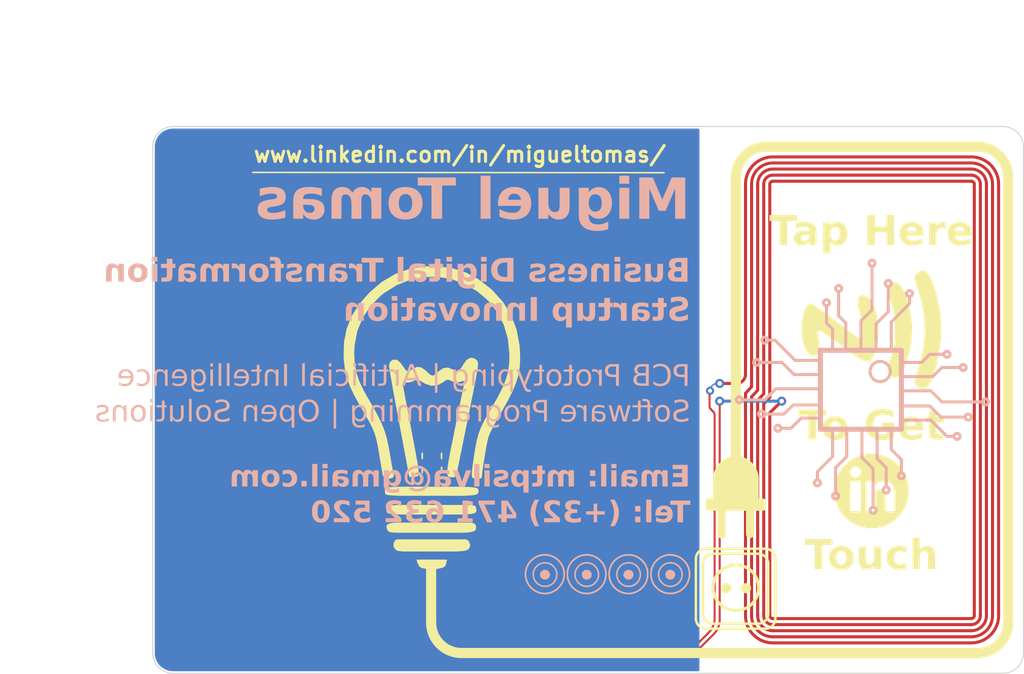
<source format=kicad_pcb>
(kicad_pcb (version 20240609) (generator "pcbnew") (generator_version "8.99")
  (layers (0 "F.Cu" signal) (31 "B.Cu" signal) (34 "B.Paste" user) (35 "F.Paste" user) (36 "B.SilkS" user "B.Silkscreen") (37 "F.SilkS" user "F.Silkscreen") (38 "B.Mask" user) (39 "F.Mask" user) (44 "Edge.Cuts" user))
  (net 0 "")
  (net 1 "Net-(U1-VCC)")
  (net 2 "GND")
  (net 3 "Net-(D1-A)")
  (net 4 "Net-(U1-LA)")
  (net 5 "Net-(U1-LB)")
  (footprint "LED_SMD:LED_0603_1608Metric" (layer "F.Cu") (at 137.5757 78.9743 180)
    (property "Reference" "D1" (hide yes))
    (property "Value" "LED" (hide yes))
    (pad "1" smd roundrect (at -0.7875 0 180) (size 0.875 0.95) (layers "F.Cu" "F.Paste" "F.Mask") (net 2 "GND"))
    (pad "2" smd roundrect (at 0.7875 0 180) (size 0.875 0.95) (layers "F.Cu" "F.Paste" "F.Mask") (net 3 "Net-(D1-A)"))
  )
  (footprint "footprints:class4_13.56MHz" (layer "F.Cu") (at 184 83.45 90)
    (property "Reference" "L1" (hide yes))
    (property "Value" "2.19uH" (hide yes))
    (fp_line (start 2.075 -18) (end 2.075 -16.35) (stroke (width 0.3)) (layer "F.Cu"))
    (fp_line (start 21.75 -15.45) (end 2.975 -15.45) (stroke (width 0.3)) (layer "F.Cu"))
    (fp_line (start 1.1 -15.45) (end -20.85 -15.45) (stroke (width 0.3)) (layer "F.Cu"))
    (fp_line (start 21.75 -14.85) (end 1.75 -14.85) (stroke (width 0.3)) (layer "F.Cu"))
    (fp_line (start 1.75 -14.85) (end 1.1 -15.45) (stroke (width 0.3)) (layer "F.Cu"))
    (fp_line (start 0.75 -14.85) (end -20.85 -14.85) (stroke (width 0.3)) (layer "F.Cu"))
    (fp_line (start 21.75 -14.25) (end 1.4 -14.25) (stroke (width 0.3)) (layer "F.Cu"))
    (fp_line (start 1.4 -14.25) (end 0.75 -14.85) (stroke (width 0.3)) (layer "F.Cu"))
    (fp_line (start 0.4 -14.25) (end -20.85 -14.25) (stroke (width 0.3)) (layer "F.Cu"))
    (fp_line (start 21.75 -13.65) (end 1.05 -13.65) (stroke (width 0.3)) (layer "F.Cu"))
    (fp_line (start 1.05 -13.65) (end 0.4 -14.25) (stroke (width 0.3)) (layer "F.Cu"))
    (fp_line (start 0.05 -13.65) (end -20.85 -13.65) (stroke (width 0.3)) (layer "F.Cu"))
    (fp_line (start 21.75 -13.05) (end 0.7 -13.05) (stroke (width 0.3)) (layer "F.Cu"))
    (fp_line (start 0.7 -13.05) (end 0.05 -13.65) (stroke (width 0.3)) (layer "F.Cu"))
    (fp_line (start -0.825 -13.05) (end -20.85 -13.05) (stroke (width 0.3)) (layer "F.Cu"))
    (fp_line (start -21.15 -12.75) (end -21.15 6.85) (stroke (width 0.3)) (layer "F.Cu"))
    (fp_line (start -21.75 -12.75) (end -21.75 6.85) (stroke (width 0.3)) (layer "F.Cu"))
    (fp_line (start -22.35 -12.75) (end -22.35 6.85) (stroke (width 0.3)) (layer "F.Cu"))
    (fp_line (start -22.95 -12.75) (end -22.95 6.85) (stroke (width 0.3)) (layer "F.Cu"))
    (fp_line (start -23.55 -12.75) (end -23.55 6.85) (stroke (width 0.3)) (layer "F.Cu"))
    (fp_line (start 0.325 -11.875) (end -0.825 -13.05) (stroke (width 0.3)) (layer "F.Cu"))
    (fp_line (start 24.45 6.85) (end 24.45 -12.75) (stroke (width 0.3)) (layer "F.Cu"))
    (fp_line (start 23.85 6.85) (end 23.85 -12.75) (stroke (width 0.3)) (layer "F.Cu"))
    (fp_line (start 23.25 6.85) (end 23.25 -12.75) (stroke (width 0.3)) (layer "F.Cu"))
    (fp_line (start 22.65 6.85) (end 22.65 -12.75) (stroke (width 0.3)) (layer "F.Cu"))
    (fp_line (start 22.05 6.85) (end 22.05 -12.75) (stroke (width 0.3)) (layer "F.Cu"))
    (fp_line (start -20.85 7.15) (end 21.75 7.15) (stroke (width 0.3)) (layer "F.Cu"))
    (fp_line (start -20.85 7.75) (end 21.75 7.75) (stroke (width 0.3)) (layer "F.Cu"))
    (fp_line (start -20.85 8.35) (end 21.75 8.35) (stroke (width 0.3)) (layer "F.Cu"))
    (fp_line (start -20.85 8.95) (end 21.75 8.95) (stroke (width 0.3)) (layer "F.Cu"))
    (fp_line (start -20.85 9.55) (end 21.75 9.55) (stroke (width 0.3)) (layer "F.Cu"))
    (fp_arc (start 21.75 -15.45) (mid 23.659188 -14.659188) (end 24.45 -12.75) (stroke (width 0.3)) (layer "F.Cu"))
    (fp_arc (start 2.975 -15.45) (mid 2.338604 -15.713604) (end 2.075 -16.35) (stroke (width 0.3)) (layer "F.Cu"))
    (fp_arc (start 21.75 -14.85) (mid 23.234924 -14.234924) (end 23.85 -12.75) (stroke (width 0.3)) (layer "F.Cu"))
    (fp_arc (start 21.75 -14.25) (mid 22.81066 -13.81066) (end 23.25 -12.75) (stroke (width 0.3)) (layer "F.Cu"))
    (fp_arc (start 21.75 -13.65) (mid 22.386396 -13.386396) (end 22.65 -12.75) (stroke (width 0.3)) (layer "F.Cu"))
    (fp_arc (start 21.75 -13.05) (mid 21.962132 -12.962132) (end 22.05 -12.75) (stroke (width 0.3)) (layer "F.Cu"))
    (fp_arc (start -21.15 -12.75) (mid -21.062132 -12.962132) (end -20.85 -13.05) (stroke (width 0.3)) (layer "F.Cu"))
    (fp_arc (start -21.75 -12.75) (mid -21.486396 -13.386396) (end -20.85 -13.65) (stroke (width 0.3)) (layer "F.Cu"))
    (fp_arc (start -22.35 -12.75) (mid -21.91066 -13.81066) (end -20.85 -14.25) (stroke (width 0.3)) (layer "F.Cu"))
    (fp_arc (start -22.95 -12.75) (mid -22.334924 -14.234924) (end -20.85 -14.85) (stroke (width 0.3)) (layer "F.Cu"))
    (fp_arc (start -23.55 -12.75) (mid -22.759188 -14.659188) (end -20.85 -15.45) (stroke (width 0.3)) (layer "F.Cu"))
    (fp_arc (start 24.45 6.85) (mid 23.659188 8.759188) (end 21.75 9.55) (stroke (width 0.3)) (layer "F.Cu"))
    (fp_arc (start 23.85 6.85) (mid 23.234924 8.334924) (end 21.75 8.95) (stroke (width 0.3)) (layer "F.Cu"))
    (fp_arc (start 23.25 6.85) (mid 22.81066 7.91066) (end 21.75 8.35) (stroke (width 0.3)) (layer "F.Cu"))
    (fp_arc (start 22.65 6.85) (mid 22.386396 7.486396) (end 21.75 7.75) (stroke (width 0.3)) (layer "F.Cu"))
    (fp_arc (start 22.05 6.85) (mid 21.962132 7.062132) (end 21.75 7.15) (stroke (width 0.3)) (layer "F.Cu"))
    (fp_arc (start -20.85 7.15) (mid -21.062132 7.062132) (end -21.15 6.85) (stroke (width 0.3)) (layer "F.Cu"))
    (fp_arc (start -20.85 7.75) (mid -21.486396 7.486396) (end -21.75 6.85) (stroke (width 0.3)) (layer "F.Cu"))
    (fp_arc (start -20.85 8.35) (mid -21.91066 7.91066) (end -22.35 6.85) (stroke (width 0.3)) (layer "F.Cu"))
    (fp_arc (start -20.85 8.95) (mid -22.334924 8.334924) (end -22.95 6.85) (stroke (width 0.3)) (layer "F.Cu"))
    (fp_arc (start -20.85 9.55) (mid -22.759188 8.759188) (end -23.55 6.85) (stroke (width 0.3)) (layer "F.Cu"))
    (pad "1" thru_hole circle (at 2.075 -18 90) (size 0.89 0.89) (drill 0.45) (layers "*.Cu") (net 4 "Net-(U1-LA)"))
    (pad "2" thru_hole circle (at 0.325 -18 90) (size 0.89 0.89) (drill 0.45) (layers "*.Cu") (net 5 "Net-(U1-LB)"))
    (pad "2" thru_hole circle (at 0.325 -11.875 90) (size 0.89 0.89) (drill 0.45) (layers "*.Cu") (net 5 "Net-(U1-LB)"))
  )
  (footprint "Capacitor_SMD:C_0603_1608Metric" (layer "F.Cu") (at 137.5757 86.825)
    (property "Reference" "C1" (hide yes))
    (property "Value" "220pF" (hide yes))
    (pad "1" smd roundrect (at -0.775 0) (size 0.9 0.95) (layers "F.Cu" "F.Paste" "F.Mask") (net 1 "Net-(U1-VCC)"))
    (pad "2" smd roundrect (at 0.775 0) (size 0.9 0.95) (layers "F.Cu" "F.Paste" "F.Mask") (net 2 "GND"))
  )
  (footprint "footprints:nfc_logo" (layer "F.Cu") (at 181.000561 76)
    (property "Reference" "G***" (hide yes))
    (property "Value" "LOGO" (hide yes))
  )
  (footprint "my_logos:linkedIn-circle" (layer "F.Cu") (at 180.999214 92)
    (property "Reference" "G***" (hide yes))
    (property "Value" "LOGO" (hide yes))
  )
  (footprint "footprints:XQFN8_NT3H1101_NXP" (layer "F.Cu") (at 137.5757 89.225 90)
    (property "Reference" "U1" (hide yes))
    (property "Value" "NT3H1101W0FHKH" (hide yes))
    (pad "1" smd rect (at -0.7493 -0.500126 180) (size 0.2032 0.762) (layers "F.Cu" "F.Paste" "F.Mask") (net 4 "Net-(U1-LA)"))
    (pad "2" smd rect (at -0.7493 0 180) (size 0.2032 0.762) (layers "F.Cu" "F.Paste" "F.Mask") (net 2 "GND"))
    (pad "3" smd rect (at -0.7493 0.500126 180) (size 0.2032 0.762) (layers "F.Cu" "F.Paste" "F.Mask"))
    (pad "4" smd rect (at 0 0.7493 90) (size 0.2032 0.762) (layers "F.Cu" "F.Paste" "F.Mask"))
    (pad "5" smd rect (at 0.7493 0.500126 180) (size 0.2032 0.762) (layers "F.Cu" "F.Paste" "F.Mask"))
    (pad "6" smd rect (at 0.7493 0 180) (size 0.2032 0.762) (layers "F.Cu" "F.Paste" "F.Mask") (net 1 "Net-(U1-VCC)"))
    (pad "7" smd rect (at 0.7493 -0.500126 180) (size 0.2032 0.762) (layers "F.Cu" "F.Paste" "F.Mask") (net 1 "Net-(U1-VCC)"))
    (pad "8" smd rect (at 0 -0.7493 90) (size 0.2032 0.762) (layers "F.Cu" "F.Paste" "F.Mask") (net 5 "Net-(U1-LB)"))
  )
  (footprint "my_logos:Bulb_light" (layer "F.Cu") (at 137.570047 84.7243)
    (property "Reference" "G***" (hide yes))
    (property "Value" "LOGO" (hide yes))
  )
  (footprint "my_logos:bulb_sparks" (layer "F.Cu") (at 137.74 76.5)
    (property "Reference" "G***" (hide yes))
    (property "Value" "LOGO" (hide yes))
    (fp_poly (pts (xy 19.045245 -4.829004) (xy 19.609944 -4.417568) (xy 19.939761 -4.127164) (xy 20.02875 -3.963285) (xy 20.007518 -3.939573) (xy 19.800625 -3.870105) (xy 19.383502 -3.75984) (xy 18.822219 -3.625504) (xy 18.344444 -3.51859) (xy 17.734479 -3.382986) (xy 17.234587 -3.266152) (xy 16.904281 -3.182353) (xy 16.802396 -3.148905) (xy 16.869339 -3.039744) (xy 17.101736 -2.795442) (xy 17.451783 -2.465714) (xy 17.507951 -2.415122) (xy 18.273889 -1.728971) (xy 16.862777 -1.642244) (xy 16.071106 -1.59614) (xy 15.149812 -1.546343) (xy 14.25125 -1.50097) (xy 13.899444 -1.484366) (xy 12.347222 -1.413216) (xy 14.040555 -1.995927) (xy 14.684929 -2.220107) (xy 15.226501 -2.413131) (xy 15.612571 -2.555881) (xy 15.790433 -2.629239) (xy 15.795275 -2.632464) (xy 15.740369 -2.753382) (xy 15.53383 -3.007271) (xy 15.329956 -3.225687) (xy 14.803251 -3.765082) (xy 16.352407 -4.692294) (xy 17.901564 -5.619506)) (fill solid) (layer "F.Cu"))
    (fp_poly (pts (xy -8.87193 9.468763) (xy -9.148255 9.696077) (xy -9.571374 10.021513) (xy -10.099702 10.412333) (xy -10.167338 10.461448) (xy -11.600875 11.500399) (xy -10.876578 11.829062) (xy -10.152281 12.157725) (xy -10.714322 12.816918) (xy -11.126156 13.289299) (xy -11.609746 13.828953) (xy -11.952903 14.202967) (xy -12.629445 14.929823) (xy -13.875881 14.532271) (xy -14.427574 14.35179) (xy -14.869457 14.198734) (xy -15.137987 14.095531) (xy -15.187814 14.069223) (xy -15.098888 13.977867) (xy -14.808788 13.775788) (xy -14.361593 13.491909) (xy -13.801379 13.155154) (xy -13.740341 13.119393) (xy -12.227371 12.235059) (xy -13.133963 11.776194) (xy -13.596117 11.537532) (xy -13.837957 11.387778) (xy -13.892148 11.290735) (xy -13.791356 11.210207) (xy -13.687778 11.162509) (xy -13.324792 11.012438) (xy -12.80092 10.807762) (xy -12.166097 10.566713) (xy -11.47026 10.307519) (xy -10.763345 10.04841) (xy -10.095287 9.807616) (xy -9.516023 9.603367) (xy -9.075488 9.453892) (xy -8.823619 9.377422) (xy -8.783984 9.372313)) (fill solid) (layer "F.Cu"))
    (fp_poly (pts (xy 10.198324 11.500556) (xy 11.53688 12.911667) (xy 11.718894 12.276667) (xy 11.849199 11.871485) (xy 11.967765 11.582705) (xy 12.006472 11.519372) (xy 12.155487 11.548318) (xy 12.486858 11.715177) (xy 12.953558 11.993446) (xy 13.508556 12.356623) (xy 13.585468 12.409191) (xy 15.058903 13.421304) (xy 14.822624 14.751554) (xy 14.714953 15.329446) (xy 14.619106 15.793041) (xy 14.548745 16.078677) (xy 14.525117 16.137614) (xy 14.42212 16.053576) (xy 14.185326 15.783793) (xy 13.848964 15.369274) (xy 13.447263 14.851026) (xy 13.408161 14.79949) (xy 13.003836 14.268706) (xy 12.665965 13.83097) (xy 12.428009 13.529214) (xy 12.32343 13.406371) (xy 12.32176 13.405556) (xy 12.268388 13.528605) (xy 12.16064 13.84839) (xy 12.045903 14.216945) (xy 11.899234 14.670052) (xy 11.770667 15.011928) (xy 11.703267 15.145036) (xy 11.639709 15.134936) (xy 11.520654 14.996179) (xy 11.334484 14.708646) (xy 11.069577 14.252219) (xy 10.714316 13.606781) (xy 10.257081 12.752212) (xy 9.686251 11.668395) (xy 9.598354 11.500556) (xy 8.859769 10.089445)) (fill solid) (layer "F.Cu"))
    (fp_poly (pts (xy -19.362701 -7.391908) (xy -19.043277 -7.15539) (xy -18.606492 -6.805974) (xy -18.12483 -6.401837) (xy -17.551079 -5.918003) (xy -17.155375 -5.624743) (xy -16.903507 -5.52663) (xy -16.761267 -5.628238) (xy -16.694444 -5.934138) (xy -16.668828 -6.448903) (xy -16.665177 -6.596944) (xy -16.632406 -6.963401) (xy -16.566636 -7.175539) (xy -16.535869 -7.196666) (xy -16.406891 -7.093405) (xy -16.14106 -6.81229) (xy -15.777226 -6.396321) (xy -15.356594 -5.891389) (xy -14.844627 -5.265486) (xy -14.308486 -4.613563) (xy -13.82307 -4.026533) (xy -13.554623 -3.704166) (xy -13.223309 -3.299424) (xy -12.986072 -2.992534) (xy -12.881147 -2.833636) (xy -12.882086 -2.822222) (xy -13.015251 -2.899344) (xy -13.332142 -3.110055) (xy -13.787213 -3.42337) (xy -14.334919 -3.808305) (xy -14.411243 -3.862485) (xy -15.875 -4.902747) (xy -16.001815 -4.179985) (xy -16.078587 -3.765259) (xy -16.137901 -3.485695) (xy -16.158237 -3.418393) (xy -16.292136 -3.453532) (xy -16.636498 -3.577467) (xy -17.14093 -3.771267) (xy -17.755042 -4.016003) (xy -17.830589 -4.046627) (xy -19.473334 -4.713691) (xy -19.473334 -5.441595) (xy -19.492677 -6.032857) (xy -19.541163 -6.642285) (xy -19.56307 -6.824194) (xy -19.592739 -7.23224) (xy -19.553349 -7.455528) (xy -19.517391 -7.478889)) (fill solid) (layer "F.Cu"))
    (fp_poly (pts (xy 2.656824 -14.20912) (xy 2.681111 -14.190383) (xy 2.599496 -14.044685) (xy 2.377676 -13.725483) (xy 2.050189 -13.280891) (xy 1.678934 -12.794303) (xy 0.676756 -11.500555) (xy 1.692265 -11.379831) (xy 2.165407 -11.309024) (xy 2.486146 -11.232416) (xy 2.595068 -11.164863) (xy 2.588608 -11.15566) (xy 2.452399 -11.031194) (xy 2.143537 -10.745737) (xy 1.695868 -10.330672) (xy 1.143236 -9.817384) (xy 0.519488 -9.237256) (xy 0.458611 -9.180596) (xy -0.159103 -8.609593) (xy -0.699981 -8.117152) (xy -1.132891 -7.730995) (xy -1.426701 -7.478842) (xy -1.550278 -7.388412) (xy -1.552223 -7.390182) (xy -1.482142 -7.534606) (xy -1.290987 -7.869427) (xy -1.007384 -8.345797) (xy -0.659959 -8.914869) (xy -0.635 -8.955278) (xy -0.284471 -9.527871) (xy 0.004239 -10.009958) (xy 0.202546 -10.35305) (xy 0.281864 -10.508655) (xy 0.282222 -10.511253) (xy 0.15461 -10.550856) (xy -0.174351 -10.577037) (xy -0.488481 -10.583333) (xy -1.259183 -10.583333) (xy -0.689481 -12.241389) (xy -0.464175 -12.883443) (xy -0.264822 -13.426337) (xy -0.112238 -13.815088) (xy -0.027234 -13.994714) (xy -0.024612 -13.997771) (xy 0.149244 -14.054415) (xy 0.515423 -14.110968) (xy 1.000372 -14.162195) (xy 1.530538 -14.202859) (xy 2.03237 -14.227726) (xy 2.432316 -14.231558)) (fill solid) (layer "F.Cu"))
    (fp_poly (pts (xy -17.912073 1.453758) (xy -17.513849 1.513571) (xy -16.926316 1.61119) (xy -16.192834 1.738603) (xy -15.356763 1.887795) (xy -14.461465 2.050753) (xy -13.5503 2.219463) (xy -12.666628 2.385912) (xy -11.853809 2.542086) (xy -11.155205 2.67997) (xy -10.614175 2.791553) (xy -10.27408 2.868819) (xy -10.17624 2.900056) (xy -10.227917 2.957103) (xy -10.312871 2.965066) (xy -10.591362 2.979091) (xy -11.065985 3.014849) (xy -11.681878 3.067075) (xy -12.38418 3.130508) (xy -13.118029 3.199884) (xy -13.828565 3.269941) (xy -14.460925 3.335415) (xy -14.960248 3.391044) (xy -15.271674 3.431566) (xy -15.348503 3.448133) (xy -15.300296 3.580935) (xy -15.118883 3.875142) (xy -14.842927 4.268304) (xy -14.829219 4.286898) (xy -14.539775 4.695167) (xy -14.332697 5.018671) (xy -14.252239 5.188207) (xy -14.252223 5.189157) (xy -14.378292 5.260058) (xy -14.721593 5.396979) (xy -15.22977 5.582451) (xy -15.850464 5.799006) (xy -16.531318 6.029174) (xy -17.219974 6.255488) (xy -17.864074 6.460478) (xy -18.411262 6.626675) (xy -18.809178 6.736612) (xy -18.999474 6.773049) (xy -19.131773 6.672607) (xy -19.411693 6.397073) (xy -19.802227 5.98481) (xy -20.26637 5.474181) (xy -20.428715 5.291382) (xy -21.736873 3.81) (xy -19.191529 3.81) (xy -16.646184 3.81) (xy -17.425447 2.646063) (xy -17.740982 2.153154) (xy -17.968697 1.754763) (xy -18.080915 1.502082) (xy -18.077628 1.439765)) (fill solid) (layer "F.Cu"))
    (fp_poly (pts (xy -11.993174 -13.614574) (xy -10.782441 -11.0921) (xy -10.016775 -12.452901) (xy -9.704716 -12.991575) (xy -9.441154 -13.41675) (xy -9.256252 -13.681679) (xy -9.182781 -13.745373) (xy -9.124644 -13.593952) (xy -9.004568 -13.213332) (xy -8.833881 -12.643805) (xy -8.623913 -11.925665) (xy -8.385995 -11.099204) (xy -8.131454 -10.204715) (xy -7.871622 -9.282491) (xy -7.617828 -8.372825) (xy -7.381401 -7.516011) (xy -7.173671 -6.75234) (xy -7.005968 -6.122106) (xy -6.889621 -5.665603) (xy -6.83596 -5.423122) (xy -6.834769 -5.39486) (xy -6.919331 -5.493633) (xy -7.12419 -5.79925) (xy -7.426345 -6.275419) (xy -7.802796 -6.885848) (xy -8.230541 -7.594246) (xy -8.261397 -7.645873) (xy -8.697097 -8.372657) (xy -9.08656 -9.017199) (xy -9.405512 -9.539742) (xy -9.629683 -9.900529) (xy -9.7348 -10.059803) (xy -9.735998 -10.061209) (xy -9.840802 -9.998446) (xy -10.033662 -9.733125) (xy -10.279125 -9.316449) (xy -10.371082 -9.143987) (xy -10.621396 -8.664927) (xy -10.8176 -8.293744) (xy -10.927044 -8.092054) (xy -10.938358 -8.07344) (xy -11.042587 -8.152686) (xy -11.304586 -8.399042) (xy -11.687712 -8.775036) (xy -12.155323 -9.243199) (xy -12.670776 -9.766059) (xy -13.197429 -10.306145) (xy -13.69864 -10.825986) (xy -14.137766 -11.288113) (xy -14.478164 -11.655053) (xy -14.683193 -11.889336) (xy -14.722426 -11.943062) (xy -14.718634 -12.175374) (xy -14.587188 -12.653067) (xy -14.329816 -13.370703) (xy -14.021879 -14.144486) (xy -13.203907 -16.137047)) (fill solid) (layer "F.Cu"))
    (fp_poly (pts (xy 12.446406 -13.932141) (xy 12.85906 -13.87828) (xy 13.418324 -13.784869) (xy 14.060204 -13.66471) (xy 14.720708 -13.530608) (xy 15.33584 -13.395368) (xy 15.841609 -13.271792) (xy 16.17402 -13.172685) (xy 16.264924 -13.129198) (xy 16.190351 -13.021893) (xy 15.918066 -12.780249) (xy 15.481882 -12.431313) (xy 14.915611 -12.002138) (xy 14.254091 -11.520506) (xy 13.583703 -11.036141) (xy 13.000652 -10.605053) (xy 12.540972 -10.254698) (xy 12.2407 -10.012529) (xy 12.13582 -9.906652) (xy 12.260259 -9.821094) (xy 12.595618 -9.669732) (xy 13.085316 -9.476719) (xy 13.476375 -9.334433) (xy 14.038445 -9.127268) (xy 14.484527 -8.945927) (xy 14.758069 -8.814404) (xy 14.816666 -8.765739) (xy 14.695545 -8.68708) (xy 14.357195 -8.505315) (xy 13.839139 -8.238793) (xy 13.178898 -7.905866) (xy 12.413994 -7.524883) (xy 11.581949 -7.114194) (xy 10.720285 -6.692151) (xy 9.866523 -6.277103) (xy 9.058186 -5.887401) (xy 8.332794 -5.541396) (xy 7.72787 -5.257437) (xy 7.280936 -5.053874) (xy 7.029513 -4.949059) (xy 6.991733 -4.938889) (xy 7.062669 -5.026613) (xy 7.316968 -5.271421) (xy 7.724542 -5.645762) (xy 8.255306 -6.12209) (xy 8.879173 -6.672855) (xy 9.021014 -6.796982) (xy 9.663175 -7.365319) (xy 10.219539 -7.871628) (xy 10.659528 -8.286917) (xy 10.952568 -8.582192) (xy 11.068083 -8.728461) (xy 11.067214 -8.73726) (xy 10.903697 -8.818385) (xy 10.542742 -8.959316) (xy 10.055338 -9.132691) (xy 9.937706 -9.172633) (xy 8.8885 -9.525821) (xy 10.462838 -11.689983) (xy 10.967648 -12.373492) (xy 11.427617 -12.97678) (xy 11.813189 -13.46262) (xy 12.094803 -13.793786) (xy 12.242902 -13.933052) (xy 12.244355 -13.933646)) (fill solid) (layer "F.Cu"))
    (fp_poly (pts (xy 15.107567 3.047603) (xy 15.670765 3.057167) (xy 16.354746 3.074344) (xy 17.106505 3.097318) (xy 17.873035 3.124274) (xy 18.601331 3.153395) (xy 19.238388 3.182865) (xy 19.731198 3.210867) (xy 20.026758 3.235587) (xy 20.087397 3.248121) (xy 20.171287 3.405398) (xy 20.33021 3.762199) (xy 20.541777 4.262737) (xy 20.7836 4.851224) (xy 21.033289 5.471874) (xy 21.268454 6.068899) (xy 21.466708 6.586512) (xy 21.605662 6.968925) (xy 21.662925 7.160353) (xy 21.662032 7.171671) (xy 21.517193 7.149177) (xy 21.175345 7.047283) (xy 20.703462 6.886402) (xy 20.579402 6.841682) (xy 19.990085 6.627587) (xy 19.250081 6.359494) (xy 18.474246 6.078986) (xy 18.04494 5.924047) (xy 16.545992 5.383518) (xy 16.936027 6.925093) (xy 17.089329 7.537518) (xy 17.210633 8.034651) (xy 17.286857 8.362) (xy 17.306086 8.466413) (xy 17.183378 8.39923) (xy 16.845474 8.20912) (xy 16.32229 7.913049) (xy 15.643743 7.527984) (xy 14.839748 7.070888) (xy 13.940222 6.558728) (xy 13.546666 6.334438) (xy 12.60949 5.798733) (xy 11.750073 5.304695) (xy 10.999535 4.870431) (xy 10.388994 4.514052) (xy 9.949571 4.253664) (xy 9.712383 4.107378) (xy 9.681436 4.085184) (xy 9.771796 4.082306) (xy 10.096787 4.142299) (xy 10.617994 4.256646) (xy 11.297004 4.416833) (xy 12.095403 4.614342) (xy 12.283221 4.661948) (xy 13.11788 4.870494) (xy 13.855896 5.047434) (xy 14.455058 5.183261) (xy 14.873158 5.268471) (xy 15.067985 5.293555) (xy 15.076074 5.290962) (xy 15.069387 5.134788) (xy 14.99337 4.778628) (xy 14.863409 4.291701) (xy 14.823722 4.155722) (xy 14.681059 3.652554) (xy 14.585018 3.269023) (xy 14.551796 3.071393) (xy 14.555543 3.058582) (xy 14.718158 3.04747)) (fill solid) (layer "F.Cu"))
  )
  (footprint "Resistor_SMD:R_0603_1608Metric" (layer "F.Cu") (at 137.5757 85.325)
    (property "Reference" "R1" (hide yes))
    (property "Value" "470R" (hide yes))
    (pad "1" smd roundrect (at -0.825 0) (size 0.8 0.95) (layers "F.Cu" "F.Paste" "F.Mask") (net 1 "Net-(U1-VCC)"))
    (pad "2" smd roundrect (at 0.825 0) (size 0.8 0.95) (layers "F.Cu" "F.Paste" "F.Mask") (net 3 "Net-(D1-A)"))
  )
  (footprint "my_logos:suns_16x4mm" (layer "B.Cu") (at 154.92348 100.2 180)
    (property "Reference" "G***" (hide yes))
    (property "Value" "LOGO" (hide yes))
  )
  (gr_line (start 142.72 86.39) (end 145.53851 80.50064) (stroke (width 1)) (layer "F.Cu"))
  (gr_rect (start 134.68 93.42) (end 135.3 94.22) (stroke (width 0.2)) (fill none) (layer "F.Cu"))
  (gr_line (start 133.46 93.81) (end 134.85 93.82) (stroke (width 1)) (layer "F.Cu"))
  (gr_line (start 132.41 85.94) (end 129.6974 80.403388) (stroke (width 1)) (layer "F.Cu"))
  (gr_line (start 141.98 90.65) (end 141.74 93.9) (stroke (width 1)) (layer "F.Cu"))
  (gr_rect (start 136.05 93.43) (end 136.7 94.28) (stroke (width 0.2)) (fill solid) (layer "F.Cu"))
  (gr_line (start 133.46 93.81) (end 133.34 90.63) (stroke (width 1)) (layer "F.Cu"))
  (gr_line (start 133.34 90.63) (end 132.41 85.94) (stroke (width 1)) (layer "F.Cu"))
  (gr_arc (start 129.6974 80.403388) (mid 137.680096 70.330051) (end 145.53851 80.50064) (stroke (width 0.9)) (layer "F.Cu"))
  (gr_rect (start 137.46 93.49) (end 138.08 94.29) (stroke (width 0.2)) (fill solid) (layer "F.Cu"))
  (gr_line (start 141.98 90.65) (end 142.719966 86.389994) (stroke (width 1)) (layer "F.Cu"))
  (gr_line (start 141.74 93.9) (end 138.08 93.89) (stroke (width 1)) (layer "F.Cu"))
  (gr_line (start 171.55 81.9) (end 170.45 83) (stroke (width 0.3)) (layer "B.SilkS"))
  (gr_line (start 175.95 83.5) (end 173.25 83.5) (stroke (width 0.3)) (layer "B.SilkS"))
  (gr_rect (start 175.95 78.1) (end 183.95 85.9) (stroke (width 0.5)) (fill none) (layer "B.SilkS"))
  (gr_line (start 173.35 80.5) (end 172.15 79.3) (stroke (width 0.3)) (layer "B.SilkS"))
  (gr_line (start 186.85 82.1) (end 187.95 83.2) (stroke (width 0.3)) (layer "B.SilkS"))
  (gr_line (start 187.85 84.7) (end 190.25 84.7) (stroke (width 0.3)) (layer "B.SilkS"))
  (gr_line (start 171.45 77.1) (end 170.75 77.1) (stroke (width 0.3)) (layer "B.SilkS"))
  (gr_line (start 178.45 78.1) (end 178.45 75.4) (stroke (width 0.3)) (layer "B.SilkS"))
  (gr_line (start 177.45 89.7) (end 177.45 92.2) (stroke (width 0.3)) (layer "B.SilkS"))
  (gr_line (start 182.95 87.9) (end 183.95 88.9) (stroke (width 0.3)) (layer "B.SilkS"))
  (gr_line (start 177.15 78.1) (end 177.15 76) (stroke (width 0.3)) (layer "B.SilkS"))
  (gr_line (start 181.05 74.1) (end 181.05 69.8) (stroke (width 0.3)) (layer "B.SilkS"))
  (gr_line (start 183.95 80.7) (end 187.05 80.7) (stroke (width 0.3)) (layer "B.SilkS"))
  (gr_circle (center 170.15 84.4) (end 170.45 84.4) (stroke (width 0.3)) (fill none) (layer "B.SilkS"))
  (gr_line (start 179.95 75.2) (end 181.05 74.1) (stroke (width 0.3)) (layer "B.SilkS"))
  (gr_line (start 182.95 75.3) (end 184.75 73.5) (stroke (width 0.3)) (layer "B.SilkS"))
  (gr_line (start 188.45 86.6) (end 189.15 86.6) (stroke (width 0.3)) (layer "B.SilkS"))
  (gr_line (start 180.05 85.9) (end 180.05 88.7) (stroke (width 0.3)) (layer "B.SilkS"))
  (gr_line (start 175.65 90.1) (end 175.65 90.9) (stroke (width 0.3)) (layer "B.SilkS"))
  (gr_line (start 175.95 84.8) (end 174.05 84.8) (stroke (width 0.3)) (layer "B.SilkS"))
  (gr_line (start 180.05 88.7) (end 181.15 89.8) (stroke (width 0.3)) (layer "B.SilkS"))
  (gr_line (start 182.65 74.3) (end 182.65 71.8) (stroke (width 0.3)) (layer "B.SilkS"))
  (gr_circle (center 181.85 80.2) (end 182.85 80.2) (stroke (width 0.3)) (fill none) (layer "B.SilkS"))
  (gr_line (start 183.95 83.6) (end 186.75 83.6) (stroke (width 0.3)) (layer "B.SilkS"))
  (gr_line (start 186.85 85) (end 188.45 86.6) (stroke (width 0.3)) (layer "B.SilkS"))
  (gr_line (start 177.15 76) (end 176.55 75.4) (stroke (width 0.3)) (layer "B.SilkS"))
  (gr_line (start 181.55 88.8) (end 182.45 89.7) (stroke (width 0.3)) (layer "B.SilkS"))
  (gr_line (start 175.95 79.1) (end 173.45 79.1) (stroke (width 0.3)) (layer "B.SilkS"))
  (gr_line (start 178.45 75.4) (end 177.75 74.7) (stroke (width 0.3)) (layer "B.SilkS"))
  (gr_line (start 186.75 83.6) (end 187.85 84.7) (stroke (width 0.3)) (layer "B.SilkS"))
  (gr_line (start 187.95 79.8) (end 189.75 79.8) (stroke (width 0.3)) (layer "B.SilkS"))
  (gr_line (start 173.05 85.8) (end 172.05 85.8) (stroke (width 0.3)) (layer "B.SilkS"))
  (gr_line (start 184.75 73.5) (end 184.75 72.8) (stroke (width 0.3)) (layer "B.SilkS"))
  (gr_line (start 182.45 89.7) (end 182.45 91.6) (stroke (width 0.3)) (layer "B.SilkS"))
  (gr_line (start 172.15 79.3) (end 169.95 79.3) (stroke (width 0.3)) (layer "B.SilkS"))
  (gr_circle (center 167.95 83) (end 168.25 83) (stroke (width 0.3)) (fill none) (layer "B.SilkS"))
  (gr_circle (center 192.25 83.2) (end 191.95 83.2) (stroke (width 0.3)) (fill none) (layer "B.SilkS"))
  (gr_line (start 181.45 78.1) (end 181.45 75.5) (stroke (width 0.3)) (layer "B.SilkS"))
  (gr_line (start 183.95 79.3) (end 185.95 79.3) (stroke (width 0.3)) (layer "B.SilkS"))
  (gr_circle (center 183.95 90.5) (end 183.95 90.2) (stroke (width 0.3)) (fill none) (layer "B.SilkS"))
  (gr_line (start 183.95 85) (end 186.85 85) (stroke (width 0.3)) (layer "B.SilkS"))
  (gr_circle (center 182.65 71.5) (end 182.65 71.8) (stroke (width 0.3)) (fill none) (layer "B.SilkS"))
  (gr_circle (center 182.45 91.9) (end 182.45 91.6) (stroke (width 0.3)) (fill none) (layer "B.SilkS"))
  (gr_line (start 181.45 75.5) (end 182.65 74.3) (stroke (width 0.3)) (layer "B.SilkS"))
  (gr_line (start 177.15 85.9) (end 177.15 88.6) (stroke (width 0.3)) (layer "B.SilkS"))
  (gr_line (start 183.95 88.9) (end 183.95 90.2) (stroke (width 0.3)) (layer "B.SilkS"))
  (gr_circle (center 177.45 92.5) (end 177.45 92.2) (stroke (width 0.3)) (fill none) (layer "B.SilkS"))
  (gr_line (start 175.95 81.9) (end 171.55 81.9) (stroke (width 0.3)) (layer "B.SilkS"))
  (gr_circle (center 181.05 69.5) (end 181.05 69.8) (stroke (width 0.3)) (fill none) (layer "B.SilkS"))
  (gr_line (start 182.95 85.9) (end 182.95 87.9) (stroke (width 0.3)) (layer "B.SilkS"))
  (gr_line (start 187.95 83.2) (end 191.95 83.2) (stroke (width 0.3)) (layer "B.SilkS"))
  (gr_line (start 174.05 84.8) (end 173.05 85.8) (stroke (width 0.3)) (layer "B.SilkS"))
  (gr_line (start 176.55 75.4) (end 176.55 73.7) (stroke (width 0.3)) (layer "B.SilkS"))
  (gr_circle (center 189.45 86.6) (end 189.15 86.6) (stroke (width 0.3)) (fill none) (layer "B.SilkS"))
  (gr_line (start 173.45 79.1) (end 171.45 77.1) (stroke (width 0.3)) (layer "B.SilkS"))
  (gr_line (start 185.95 79.3) (end 186.75 78.5) (stroke (width 0.3)) (layer "B.SilkS"))
  (gr_circle (center 177.75 72) (end 177.75 72.3) (stroke (width 0.3)) (fill none) (layer "B.SilkS"))
  (gr_line (start 181.55 85.9) (end 181.55 88.8) (stroke (width 0.3)) (layer "B.SilkS"))
  (gr_circle (center 188.45 78.5) (end 188.15 78.5) (stroke (width 0.3)) (fill none) (layer "B.SilkS"))
  (gr_line (start 187.05 80.7) (end 187.95 79.8) (stroke (width 0.3)) (layer "B.SilkS"))
  (gr_circle (center 176.55 73.4) (end 176.55 73.7) (stroke (width 0.3)) (fill none) (layer "B.SilkS"))
  (gr_line (start 172.35 84.4) (end 170.45 84.4) (stroke (width 0.3)) (layer "B.SilkS"))
  (gr_line (start 186.75 78.5) (end 188.15 78.5) (stroke (width 0.3)) (layer "B.SilkS"))
  (gr_line (start 183.95 82.1) (end 186.85 82.1) (stroke (width 0.3)) (layer "B.SilkS"))
  (gr_circle (center 190.55 84.7) (end 190.25 84.7) (stroke (width 0.3)) (fill none) (layer "B.SilkS"))
  (gr_line (start 177.75 74.7) (end 177.75 72.3) (stroke (width 0.3)) (layer "B.SilkS"))
  (gr_line (start 178.55 88.6) (end 177.45 89.7) (stroke (width 0.3)) (layer "B.SilkS"))
  (gr_circle (center 181.15 93.9) (end 181.15 93.6) (stroke (width 0.3)) (fill none) (layer "B.SilkS"))
  (gr_circle (center 175.65 91.2) (end 175.65 90.9) (stroke (width 0.3)) (fill none) (layer "B.SilkS"))
  (gr_circle (center 169.65 79.3) (end 169.95 79.3) (stroke (width 0.3)) (fill none) (layer "B.SilkS"))
  (gr_line (start 182.95 78.1) (end 182.95 75.3) (stroke (width 0.3)) (layer "B.SilkS"))
  (gr_circle (center 170.45 77.1) (end 170.75 77.1) (stroke (width 0.3)) (fill none) (layer "B.SilkS"))
  (gr_line (start 179.95 78.1) (end 179.95 75.2) (stroke (width 0.3)) (layer "B.SilkS"))
  (gr_line (start 175.95 80.5) (end 173.35 80.5) (stroke (width 0.3)) (layer "B.SilkS"))
  (gr_line (start 173.25 83.5) (end 172.35 84.4) (stroke (width 0.3)) (layer "B.SilkS"))
  (gr_line (start 170.45 83) (end 168.25 83) (stroke (width 0.3)) (layer "B.SilkS"))
  (gr_circle (center 190.05 79.8) (end 189.75 79.8) (stroke (width 0.3)) (fill none) (layer "B.SilkS"))
  (gr_circle (center 184.75 72.5) (end 184.75 72.8) (stroke (width 0.3)) (fill none) (layer "B.SilkS"))
  (gr_line (start 181.15 89.8) (end 181.15 93.6) (stroke (width 0.3)) (layer "B.SilkS"))
  (gr_circle (center 171.75 85.8) (end 172.05 85.8) (stroke (width 0.3)) (fill none) (layer "B.SilkS"))
  (gr_line (start 177.15 88.6) (end 175.65 90.1) (stroke (width 0.3)) (layer "B.SilkS"))
  (gr_line (start 178.55 85.9) (end 178.55 88.6) (stroke (width 0.3)) (layer "B.SilkS"))
  (gr_line (start 137.5 105) (end 137.5 99.575) (stroke (width 1)) (layer "F.SilkS"))
  (gr_line (start 194.5 105) (end 194.5 61) (stroke (width 1)) (layer "F.SilkS"))
  (gr_rect (start 165.6 90.8) (end 169.6 93.6) (stroke (width 0.5)) (fill solid) (layer "F.SilkS"))
  (gr_line (start 164.65 97.7) (end 170.5 97.7) (stroke (width 0.25)) (layer "F.SilkS"))
  (gr_arc (start 170.8 104.1) (mid 170.507107 104.807107) (end 169.8 105.1) (stroke (width 0.25)) (layer "F.SilkS"))
  (gr_circle (center 167.6 90.8) (end 169.6 90.8) (stroke (width 0.5)) (fill solid) (layer "F.SilkS"))
  (gr_line (start 169 93.9) (end 169 96.25) (stroke (width 0.8)) (layer "F.SilkS"))
  (gr_line (start 167.6 61) (end 167.6 88.8) (stroke (width 1)) (layer "F.SilkS"))
  (gr_arc (start 165.35 105.1) (mid 164.642893 104.807107) (end 164.35 104.1) (stroke (width 0.25)) (layer "F.SilkS"))
  (gr_arc (start 164.65 105.6) (mid 163.942893 105.307107) (end 163.65 104.6) (stroke (width 0.25)) (layer "F.SilkS"))
  (gr_arc (start 169.8 98.2) (mid 170.507107 98.492893) (end 170.8 99.2) (stroke (width 0.25)) (layer "F.SilkS"))
  (gr_line (start 191.5 108) (end 140.5 108) (stroke (width 1)) (layer "F.SilkS"))
  (gr_rect (start 164.9 93) (end 170.3 93.7) (stroke (width 0.5)) (fill solid) (layer "F.SilkS"))
  (gr_line (start 169.8 105.1) (end 165.35 105.1) (stroke (width 0.25)) (layer "F.SilkS"))
  (gr_line (start 171.5 98.7) (end 171.5 104.6) (stroke (width 0.25)) (layer "F.SilkS"))
  (gr_arc (start 170.5 97.7) (mid 171.207107 97.992893) (end 171.5 98.7) (stroke (width 0.25)) (layer "F.SilkS"))
  (gr_circle (center 166.65 101.6) (end 166.9 101.6) (stroke (width 0.5)) (fill solid) (layer "F.SilkS"))
  (gr_line (start 166.2 93.9) (end 166.2 96.3) (stroke (width 0.8)) (layer "F.SilkS"))
  (gr_arc (start 167.6 61) (mid 168.47868 58.87868) (end 170.6 58) (stroke (width 1)) (layer "F.SilkS"))
  (gr_line (start 170.5 105.6) (end 164.65 105.6) (stroke (width 0.25)) (layer "F.SilkS"))
  (gr_circle (center 168.6 101.6) (end 168.85 101.6) (stroke (width 0.5)) (fill solid) (layer "F.SilkS"))
  (gr_arc (start 163.65 98.7) (mid 163.942893 97.992893) (end 164.65 97.7) (stroke (width 0.25)) (layer "F.SilkS"))
  (gr_line (start 119.88 60.53) (end 160.51 60.56) (stroke (width 0.15)) (layer "F.SilkS"))
  (gr_line (start 163.65 104.6) (end 163.65 98.7) (stroke (width 0.25)) (layer "F.SilkS"))
  (gr_arc (start 164.35 99.2) (mid 164.642893 98.492893) (end 165.35 98.2) (stroke (width 0.25)) (layer "F.SilkS"))
  (gr_line (start 191.5 58) (end 170.6 58) (stroke (width 1)) (layer "F.SilkS"))
  (gr_arc (start 171.5 104.6) (mid 171.207107 105.307107) (end 170.5 105.6) (stroke (width 0.25)) (layer "F.SilkS"))
  (gr_line (start 164.35 104.1) (end 164.35 99.2) (stroke (width 0.25)) (layer "F.SilkS"))
  (gr_line (start 170.8 99.2) (end 170.8 104.1) (stroke (width 0.25)) (layer "F.SilkS"))
  (gr_circle (center 167.6 101.55) (end 169.85 101.55) (stroke (width 0.3)) (fill none) (layer "F.SilkS"))
  (gr_line (start 165.35 98.2) (end 169.8 98.2) (stroke (width 0.25)) (layer "F.SilkS"))
  (gr_arc (start 191.5 58) (mid 193.62132 58.87868) (end 194.5 61) (stroke (width 1)) (layer "F.SilkS"))
  (gr_arc (start 140.5 108) (mid 138.37868 107.12132) (end 137.5 105) (stroke (width 1)) (layer "F.SilkS"))
  (gr_arc (start 194.5 105) (mid 193.62132 107.12132) (end 191.5 108) (stroke (width 1)) (layer "F.SilkS"))
  (gr_arc (start 196 108) (mid 195.414214 109.414214) (end 194 110) (stroke (width 0.1)) (layer "Edge.Cuts"))
  (gr_line (start 194 56) (end 112 56) (stroke (width 0.1)) (layer "Edge.Cuts"))
  (gr_arc (start 194 56) (mid 195.414214 56.585786) (end 196 58) (stroke (width 0.1)) (layer "Edge.Cuts"))
  (gr_arc (start 110 58) (mid 110.585786 56.585786) (end 112 56) (stroke (width 0.1)) (layer "Edge.Cuts"))
  (gr_line (start 110 58) (end 110 108) (stroke (width 0.1)) (layer "Edge.Cuts"))
  (gr_line (start 196 108) (end 196 58) (stroke (width 0.1)) (layer "Edge.Cuts"))
  (gr_line (start 112 110) (end 194 110) (stroke (width 0.1)) (layer "Edge.Cuts"))
  (gr_arc (start 112 110) (mid 110.585786 109.414214) (end 110 108) (stroke (width 0.1)) (layer "Edge.Cuts"))
  (gr_text "Email: mtpsilva@gmail.com\nTel: (+32) 471 632 520" (at 163.11 92.45 0) (layer "B.SilkS") (effects (font (size 2.1 2.1) (thickness 0.4) (bold yes)) (justify left mirror)))
  (gr_text "PCB Prototyping | Artificial Intelligence\nSoftware Programming | Open Solutions" (at 163.11 82.5 0) (layer "B.SilkS") (effects (font (size 2.1 2.1) (thickness 0.25)) (justify left mirror)))
  (gr_text "Miguel Tomas" (at 163.11 63.45 0) (layer "B.SilkS") (effects (font (size 4 4) (thickness 0.2) (bold yes)) (justify left mirror)))
  (gr_text "Business Digital Transformation\nStartup Innovation" (at 163.11 72.3 0) (layer "B.SilkS") (effects (font (size 2.3 2.3) (thickness 0.4) (bold yes)) (justify left mirror)))
  (gr_text "To Get" (at 181 85.70717 0) (layer "F.SilkS") (effects (font (size 2.9 2.9) (thickness 0.2) (bold yes))))
  (gr_text "Touch" (at 181 98.5 0) (layer "F.SilkS") (effects (font (size 2.9 2.9) (thickness 0.2) (bold yes))))
  (gr_text "Tap Here" (at 181 66.5 0) (layer "F.SilkS") (effects (font (size 2.9 2.9) (thickness 0.2) (bold yes))))
  (gr_text "www.linkedin.com/in/migueltomas/" (at 119.82 59.64 0) (layer "F.SilkS") (effects (font (size 1.5 1.5) (thickness 0.3) (bold yes)) (justify left bottom)))
  (segment (start 137.075574 88.4757) (end 137.075574 87.099874) (width 0.2) (layer "F.Cu") (net 1))
  (segment (start 136.7507 85.325) (end 136.7507 86.70429) (width 0.2) (layer "F.Cu") (net 1))
  (segment (start 137.075574 88.4757) (end 137.5757 88.4757) (width 0.2) (layer "F.Cu") (net 1))
  (arc (start 137.075574 87.099874) (mid 136.995065 86.905509) (end 136.8007 86.825) (width 0.2) (layer "F.Cu") (net 1))
  (arc (start 136.7507 86.70429) (mid 136.763694 86.769618) (end 136.8007 86.825) (width 0.2) (layer "F.Cu") (net 1))
  (segment (start 141.525 80.575) (end 141.525 81.634517) (width 0.2) (layer "F.Cu") (net 2))
  (segment (start 139.275 91.125) (end 139.275 88.285019) (width 0.2) (layer "F.Cu") (net 2))
  (segment (start 139.6139 80.225) (end 141.175 80.225) (width 0.2) (layer "F.Cu") (net 2))
  (segment (start 137.575 89.9743) (end 137.575 91.575) (width 0.2) (layer "F.Cu") (net 2))
  (segment (start 137.5757 89.9743) (end 137.575 89.9743) (width 0.2) (layer "F.Cu") (net 2))
  (segment (start 137.925 91.925) (end 138.475 91.925) (width 0.2) (layer "F.Cu") (net 2))
  (segment (start 138.3507 86.825) (end 138.896153 87.370429) (width 0.2) (layer "F.Cu") (net 2))
  (arc (start 141.525 81.634517) (mid 141.021379 84.166392) (end 139.587158 86.312843) (width 0.2) (layer "F.Cu") (net 2))
  (arc (start 139.587158 86.312843) (mid 139.019866 86.691895) (end 138.3507 86.825) (width 0.2) (layer "F.Cu") (net 2))
  (arc (start 138.3632 78.9743) (mid 138.729522 79.858678) (end 139.6139 80.225) (width 0.2) (layer "F.Cu") (net 2))
  (arc (start 138.475 91.925) (mid 139.040685 91.690685) (end 139.275 91.125) (width 0.2) (layer "F.Cu") (net 2))
  (arc (start 141.175 80.225) (mid 141.422487 80.327513) (end 141.525 80.575) (width 0.2) (layer "F.Cu") (net 2))
  (arc (start 139.275 88.285019) (mid 139.176541 87.790044) (end 138.896153 87.370429) (width 0.2) (layer "F.Cu") (net 2))
  (arc (start 137.575 91.575) (mid 137.677513 91.822487) (end 137.925 91.925) (width 0.2) (layer "F.Cu") (net 2))
  (segment (start 136.7882 78.9743) (end 136.7882 80.5882) (width 0.2) (layer "F.Cu") (net 3))
  (segment (start 139.518191 85.32492) (end 138.4007 85.32492) (width 0.2) (layer "F.Cu") (net 3))
  (segment (start 138.4007 85.32492) (end 138.4007 85.325) (width 0.2) (layer "F.Cu") (net 3))
  (segment (start 137.125 80.925) (end 140.475 80.925) (width 0.2) (layer "F.Cu") (net 3))
  (segment (start 141.025 81.475) (end 141.025 81.687162) (width 0.2) (layer "F.Cu") (net 3))
  (arc (start 141.025 81.687162) (mid 140.633393 83.655902) (end 139.518191 85.32492) (width 0.2) (layer "F.Cu") (net 3))
  (arc (start 136.7882 80.5882) (mid 136.886846 80.826354) (end 137.125 80.925) (width 0.2) (layer "F.Cu") (net 3))
  (arc (start 140.475 80.925) (mid 140.863909 81.086091) (end 141.025 81.475) (width 0.2) (layer "F.Cu") (net 3))
  (segment (start 137.222021 95.297021) (end 137.553554 95.628554) (width 0.2) (layer "F.Cu") (net 4))
  (segment (start 137.075574 89.9743) (end 137.075574 94.943467) (width 0.2) (layer "F.Cu") (net 4))
  (segment (start 165 82.15) (end 165.05 82.1) (width 0.2) (layer "F.Cu") (net 4))
  (segment (start 165 83.592893) (end 165 82.15) (width 0.2) (layer "F.Cu") (net 4))
  (segment (start 138.285787 106.985787) (end 138.414214 107.114214) (width 0.2) (layer "F.Cu") (net 4))
  (segment (start 137.7 95.982107) (end 137.7 105.571573) (width 0.2) (layer "F.Cu") (net 4))
  (segment (start 163.785787 107.114213) (end 164.914214 105.985786) (width 0.2) (layer "F.Cu") (net 4))
  (segment (start 165.5 104.571573) (end 165.5 84.507107) (width 0.2) (layer "F.Cu") (net 4))
  (segment (start 165.353553 84.153553) (end 165.146446 83.946446) (width 0.2) (layer "F.Cu") (net 4))
  (segment (start 139.828427 107.7) (end 162.371573 107.7) (width 0.2) (layer "F.Cu") (net 4))
  (via (at 165.05 82.1) (size 0.8) (drill 0.4) (layers "F.Cu" "B.Cu") (net 4))
  (arc (start 165.5 84.507107) (mid 165.46194 84.315765) (end 165.353553 84.153553) (width 0.2) (layer "F.Cu") (net 4))
  (arc (start 138.285787 106.985787) (mid 137.852241 106.33694) (end 137.7 105.571573) (width 0.2) (layer "F.Cu") (net 4))
  (arc (start 139.828427 107.7) (mid 139.06306 107.547759) (end 138.414214 107.114214) (width 0.2) (layer "F.Cu") (net 4))
  (arc (start 164.85 82.3) (mid 164.908579 82.158579) (end 165.05 82.1) (width 0.15) (layer "F.Cu") (net 4))
  (arc (start 137.7 95.982107) (mid 137.66194 95.790766) (end 137.553554 95.628554) (width 0.2) (layer "F.Cu") (net 4))
  (arc (start 165.5 104.571573) (mid 165.347759 105.33694) (end 164.914214 105.985786) (width 0.2) (layer "F.Cu") (net 4))
  (arc (start 137.075574 94.943467) (mid 137.113634 95.134809) (end 137.222021 95.297021) (width 0.2) (layer "F.Cu") (net 4))
  (arc (start 165.146446 83.946446) (mid 165.03806 83.784234) (end 165 83.592893) (width 0.2) (layer "F.Cu") (net 4))
  (arc (start 162.371573 107.7) (mid 163.13694 107.547759) (end 163.785787 107.114213) (width 0.2) (layer "F.Cu") (net 4))
  (segment (start 165.775 81.375) (end 166 81.375) (width 0.15) (layer "B.Cu") (net 4))
  (arc (start 165.05 82.1) (mid 165.262348 81.587348) (end 165.775 81.375) (width 0.15) (layer "B.Cu") (net 4))
  (segment (start 135.821447 95.121447) (end 137.053554 96.353554) (width 0.2) (layer "F.Cu") (net 5))
  (segment (start 136.8264 89.225) (end 136.275 89.225) (width 0.2) (layer "F.Cu") (net 5))
  (segment (start 137.2 96.707107) (end 137.2 105.871573) (width 0.2) (layer "F.Cu") (net 5))
  (segment (start 163.932342 107.614213) (end 165.414214 106.132341) (width 0.2) (layer "F.Cu") (net 5))
  (segment (start 135.675 89.825) (end 135.675 94.767893) (width 0.2) (layer "F.Cu") (net 5))
  (segment (start 166 104.718128) (end 166 83.125) (width 0.2) (layer "F.Cu") (net 5))
  (segment (start 139.528427 108.2) (end 162.518128 108.2) (width 0.2) (layer "F.Cu") (net 5))
  (segment (start 137.785787 107.285787) (end 138.114214 107.614214) (width 0.2) (layer "F.Cu") (net 5))
  (arc (start 165.414214 106.132341) (mid 165.847759 105.483495) (end 166 104.718128) (width 0.2) (layer "F.Cu") (net 5))
  (arc (start 135.675 94.767893) (mid 135.71306 94.959235) (end 135.821447 95.121447) (width 0.2) (layer "F.Cu") (net 5))
  (arc (start 136.275 89.225) (mid 135.850736 89.400736) (end 135.675 89.825) (width 0.2) (layer "F.Cu") (net 5))
  (arc (start 138.114214 107.614214) (mid 138.76306 108.047759) (end 139.528427 108.2) (width 0.2) (layer "F.Cu") (net 5))
  (arc (start 137.785787 107.285787) (mid 137.352241 106.63694) (end 137.2 105.871573) (width 0.2) (layer "F.Cu") (net 5))
  (arc (start 137.2 96.707107) (mid 137.16194 96.515766) (end 137.053554 96.353554) (width 0.2) (layer "F.Cu") (net 5))
  (arc (start 163.932342 107.614213) (mid 163.283495 108.047759) (end 162.518128 108.2) (width 0.2) (layer "F.Cu") (net 5))
  (segment (start 172.125 83.125) (end 166 83.125) (width 0.3) (layer "B.Cu") (net 5))
  (zone (net 0) (net_name "") (layer "B.Cu") (connect_pads (clearance 0.3)) (min_thickness 0.25) (fill yes (thermal_gap 0.5) (thermal_bridge_width 0.5) (island_removal_mode 1) (island_area_min 10))
    (polygon (pts (xy 164 56.1) (xy 164 110.1) (xy 110 110) (xy 110 56)))
  )
)
</source>
